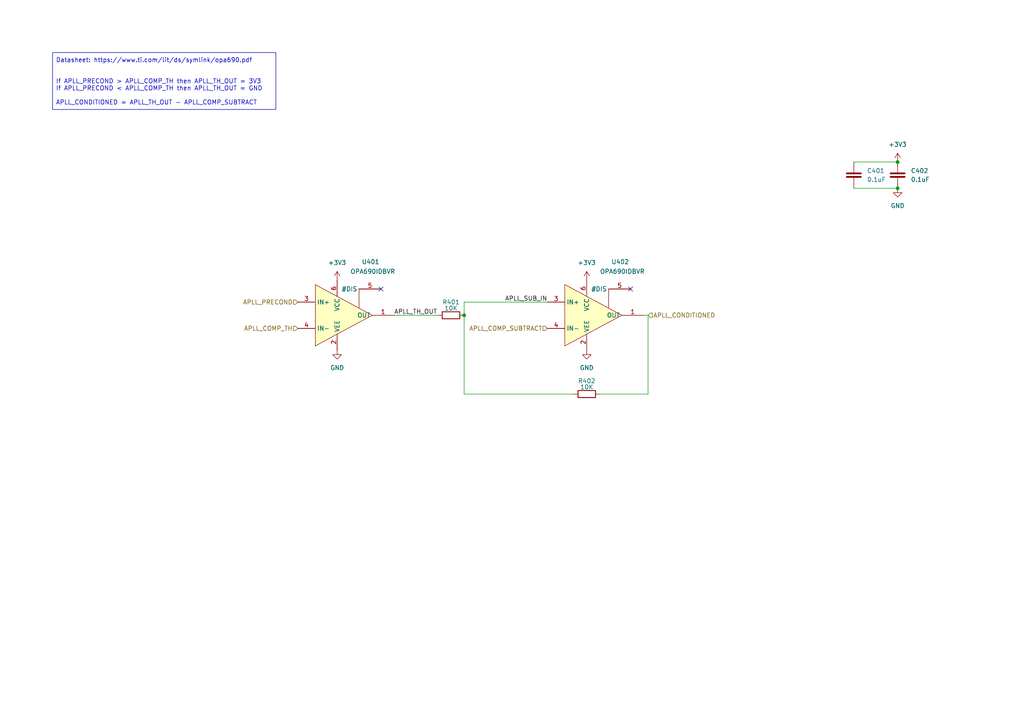
<source format=kicad_sch>
(kicad_sch (version 20250114) (generator "eeschema") (generator_version "9.0")
  (paper "A4")
  (title_block (rev "0") (company "Integrated BioElectronics Laboratory @ NYU Abu Dhabi") (comment 1 "Schematic developed by Hamza Anver"))
  (lib_symbols
    (symbol "Device:R" (pin_numbers (hide yes)) (pin_names (offset 0))
      (property "Reference" "R" (at 2.032 0 90))
      (property "Value" "R" (at 0 0 90))
      (symbol "R_0_1"
        (rectangle (start -1.016 -2.54) (end 1.016 2.54) (stroke (width 0.254)))
      )
      (symbol "R_1_1"
        (pin passive line (at 0 3.81 270) (length 1.27) (name "~") (number "1"))
        (pin passive line (at 0 -3.81 90) (length 1.27) (name "~") (number "2"))
      )
    )
    (symbol "GRM155R71A104KA01J_1" (pin_numbers (hide yes)) (pin_names (hide yes))
      (property "Reference" "C202" (at 1.2701 -3.81 90))
      (property "Value" "0.1uF" (at -1.2699 -3.81 90))
      (symbol "GRM155R71A104KA01J_1_0_1"
        (polyline (pts (xy -0.51 0) (xy -2.54 0)))
        (polyline (pts (xy -0.51 -2.03) (xy -0.51 2.03)) (stroke (width 0.508)))
        (polyline (pts (xy 0.51 2.03) (xy 0.51 -2.03)) (stroke (width 0.508)))
        (polyline (pts (xy 2.54 0) (xy 0.51 0)))
        (pin unspecified line (at -3.81 0 0) (length 1.27) (name "1") (number "1"))
        (pin unspecified line (at 3.81 0 180) (length 1.27) (name "2") (number "2"))
      )
    )
    (symbol "OPA690IDBVR_1"
      (property "Reference" "U401" (at 7.112 15.494 0))
      (property "Value" "OPA690IDBVR" (at 3.81 12.7 0))
      (symbol "OPA690IDBVR_1_0_1"
        (polyline (pts (xy 6.35 2.032) (xy 6.35 7.62)))
        (pin unspecified line (at -11.43 3.81 0) (length 5.08) (name "IN+") (number "3"))
        (pin unspecified line (at -11.43 -3.81 0) (length 5.08) (name "IN-") (number "4"))
        (pin power_in line (at 0 -10.16 90) (length 4.699) (name "VEE") (number "2"))
      )
      (symbol "OPA690IDBVR_1_1_1"
        (polyline (pts (xy -6.35 -8.89) (xy 10.16 0) (xy -6.35 8.89) (xy -6.35 -8.89)) (fill (type background)))
        (pin power_in line (at 0 10.16 270) (length 4.699) (name "VCC") (number "6"))
        (pin unspecified line (at 12.7 7.62 180) (length 6.35) (name "#DIS") (number "5"))
        (pin unspecified line (at 16.51 0 180) (length 6.35) (name "OUT") (number "1"))
      )
    )
    (symbol "power:+3V3" (power) (pin_numbers (hide yes)) (pin_names (offset 0) (hide yes))
      (property "Value" "+3V3" (at 0 3.556 0))
      (symbol "+3V3_0_1"
        (polyline (pts (xy -0.762 1.27) (xy 0 2.54)))
        (polyline (pts (xy 0 2.54) (xy 0.762 1.27)))
        (polyline (pts (xy 0 0) (xy 0 2.54)))
      )
      (symbol "+3V3_1_1"
        (pin power_in line (at 0 0 90) (length 0) (name "~") (number "1"))
      )
    )
    (symbol "power:GND" (power) (pin_numbers (hide yes)) (pin_names (offset 0) (hide yes))
      (property "Value" "GND" (at 0 -3.81 0))
      (symbol "GND_0_1"
        (polyline (pts (xy 0 0) (xy 0 -1.27) (xy 1.27 -1.27) (xy 0 -2.54) (xy -1.27 -1.27) (xy 0 -1.27)))
      )
      (symbol "GND_1_1"
        (pin power_in line (at 0 0 270) (length 0) (name "~") (number "1"))
      )
    )
  )
  (text_box "Datasheet: https://www.ti.com/lit/ds/symlink/opa690.pdf\n\n\nIf APLL_PRECOND > APLL_COMP_TH then APLL_TH_OUT = 3V3\nIf APLL_PRECOND < APLL_COMP_TH then APLL_TH_OUT = GND\n\nAPLL_CONDITIONED = APLL_TH_OUT - APLL_COMP_SUBTRACT\n" (at 15.24 15.24 0) (size 64.77 16.51) (margins 0.9525 0.9525 0.9525 0.9525) (effects (font (size 1.27 1.27)) (justify left)))
  (junction (at 260.35 54.61))
  (junction (at 260.35 46.99))
  (junction (at 134.62 91.44))
  (no_connect (at 182.88 83.82))
  (no_connect (at 110.49 83.82))
  (wire (pts (xy 134.62 114.3) (xy 166.37 114.3)))
  (wire (pts (xy 187.96 91.44) (xy 186.69 91.44)))
  (wire (pts (xy 114.3 91.44) (xy 127 91.44)))
  (wire (pts (xy 173.99 114.3) (xy 187.96 114.3)))
  (wire (pts (xy 134.62 87.63) (xy 158.75 87.63)))
  (wire (pts (xy 247.65 54.61) (xy 260.35 54.61)))
  (wire (pts (xy 134.62 91.44) (xy 134.62 114.3)))
  (wire (pts (xy 247.65 46.99) (xy 260.35 46.99)))
  (wire (pts (xy 187.96 114.3) (xy 187.96 91.44)))
  (wire (pts (xy 134.62 87.63) (xy 134.62 91.44)))
  (label "APLL_SUB_IN" (at 158.75 87.63 180))
  (label "APLL_TH_OUT" (at 114.3 91.44 0))
  (hierarchical_label "APLL_PRECOND" (shape input) (at 86.36 87.63 180))
  (hierarchical_label "APLL_CONDITIONED" (shape input) (at 187.96 91.44 0))
  (hierarchical_label "APLL_COMP_SUBTRACT" (shape input) (at 158.75 95.25 180))
  (hierarchical_label "APLL_COMP_TH" (shape input) (at 86.36 95.25 180))
  (symbol (lib_id "Device:R") (at 130.81 91.44 90) (unit 1)
    (property "Reference" "R401" (at 130.81 87.63 90))
    (property "Value" "10K" (at 130.81 89.408 90))
    (property "Footprint" "Resistor_SMD:R_0603_1608Metric_Pad0.98x0.95mm_HandSolder" (effects (hide yes)))
    (property "Datasheet" "https://lcsc.com/product-detail/Chip-Resistor-Surface-Mount-UniOhm_10KR-1002-1_C25804.html" (effects (hide yes)))
    (property "Description" "Resistor" (effects (hide yes)))
    (property "LCSC" "C25804" (effects (hide yes)))
    (property "MPN" "0603WAF1002T5E" (effects (hide yes)))
  )
  (symbol (lib_id "power:+3V3") (at 260.35 46.99 0) (unit 1)
    (property "Reference" "#PWR0405" (effects (hide yes)))
    (property "Value" "+3V3" (at 260.35 41.91 0))
    (property "Description" "Power symbol creates a global label with name \"+3V3\"" (effects (hide yes)))
  )
  (symbol (lib_name "OPA690IDBVR_1") (lib_id "easyeda2kicad:OPA690IDBVR") (at 97.79 91.44 0) (unit 1)
    (property "Reference" "U401" (at 104.902 75.946 0) (effects (justify left)))
    (property "Value" "OPA690IDBVR" (at 101.6 78.74 0) (effects (justify left)))
    (property "Footprint" "easyeda2kicad:SOT-23-6_L2.9-W1.6-P0.95-LS2.8-BL" (effects (hide yes)))
    (property "Datasheet" "https://lcsc.com/product-detail/High-speed-WideBandOpAmps_Texas-Instruments-Texas-Instruments-OPA690IDBVR_C524799.html" (effects (hide yes)))
    (property "LCSC Part" "C524799" (effects (hide yes)))
  )
  (symbol (lib_id "power:+3V3") (at 170.18 81.28 0) (unit 1)
    (property "Reference" "#PWR0403" (effects (hide yes)))
    (property "Value" "+3V3" (at 170.18 76.2 0))
    (property "Description" "Power symbol creates a global label with name \"+3V3\"" (effects (hide yes)))
  )
  (symbol (lib_name "GRM155R71A104KA01J_1") (lib_id "easyeda2kicad:GRM155R71A104KA01J") (at 247.65 50.8 90) (unit 1)
    (property "Reference" "C401" (at 251.46 49.5299 90) (effects (justify right)))
    (property "Value" "0.1uF" (at 251.46 52.0699 90) (effects (justify right)))
    (property "Footprint" "easyeda2kicad:C0402" (effects (hide yes)))
    (property "Datasheet" "https://www.lcsc.com/product-detail/Multilayer-Ceramic-Capacitors-MLCC-SMD-SMT_Murata-Electronics-GRM155R71A104KA01J_C6955083.html?s_z=n_0.1uF" (effects (hide yes)))
    (property "LCSC Part" "C6955083" (effects (hide yes)))
    (property "MPN" "GRM155R71A104KA01J" (effects (hide yes)))
  )
  (symbol (lib_name "GRM155R71A104KA01J_1") (lib_id "easyeda2kicad:GRM155R71A104KA01J") (at 260.35 50.8 90) (unit 1)
    (property "Reference" "C402" (at 264.16 49.5299 90) (effects (justify right)))
    (property "Value" "0.1uF" (at 264.16 52.0699 90) (effects (justify right)))
    (property "Footprint" "easyeda2kicad:C0402" (effects (hide yes)))
    (property "Datasheet" "https://www.lcsc.com/product-detail/Multilayer-Ceramic-Capacitors-MLCC-SMD-SMT_Murata-Electronics-GRM155R71A104KA01J_C6955083.html?s_z=n_0.1uF" (effects (hide yes)))
    (property "LCSC Part" "C6955083" (effects (hide yes)))
    (property "MPN" "GRM155R71A104KA01J" (effects (hide yes)))
  )
  (symbol (lib_id "Device:R") (at 170.18 114.3 90) (unit 1)
    (property "Reference" "R402" (at 170.18 110.49 90))
    (property "Value" "10K" (at 170.18 112.268 90))
    (property "Footprint" "Resistor_SMD:R_0603_1608Metric_Pad0.98x0.95mm_HandSolder" (effects (hide yes)))
    (property "Datasheet" "https://lcsc.com/product-detail/Chip-Resistor-Surface-Mount-UniOhm_10KR-1002-1_C25804.html" (effects (hide yes)))
    (property "Description" "Resistor" (effects (hide yes)))
    (property "LCSC" "C25804" (effects (hide yes)))
    (property "MPN" "0603WAF1002T5E" (effects (hide yes)))
  )
  (symbol (lib_id "power:GND") (at 260.35 54.61 0) (unit 1)
    (property "Reference" "#PWR0406" (effects (hide yes)))
    (property "Value" "GND" (at 260.35 59.69 0))
    (property "Description" "Power symbol creates a global label with name \"GND\" , ground" (effects (hide yes)))
  )
  (symbol (lib_id "power:GND") (at 170.18 101.6 0) (unit 1)
    (property "Reference" "#PWR0404" (effects (hide yes)))
    (property "Value" "GND" (at 170.18 106.68 0))
    (property "Description" "Power symbol creates a global label with name \"GND\" , ground" (effects (hide yes)))
  )
  (symbol (lib_name "OPA690IDBVR_1") (lib_id "easyeda2kicad:OPA690IDBVR") (at 170.18 91.44 0) (unit 1)
    (property "Reference" "U402" (at 177.292 75.946 0) (effects (justify left)))
    (property "Value" "OPA690IDBVR" (at 173.99 78.74 0) (effects (justify left)))
    (property "Footprint" "easyeda2kicad:SOT-23-6_L2.9-W1.6-P0.95-LS2.8-BL" (effects (hide yes)))
    (property "Datasheet" "https://lcsc.com/product-detail/High-speed-WideBandOpAmps_Texas-Instruments-Texas-Instruments-OPA690IDBVR_C524799.html" (effects (hide yes)))
    (property "LCSC Part" "C524799" (effects (hide yes)))
  )
  (symbol (lib_id "power:+3V3") (at 97.79 81.28 0) (unit 1)
    (property "Reference" "#PWR0401" (effects (hide yes)))
    (property "Value" "+3V3" (at 97.79 76.2 0))
    (property "Description" "Power symbol creates a global label with name \"+3V3\"" (effects (hide yes)))
  )
  (symbol (lib_id "power:GND") (at 97.79 101.6 0) (unit 1)
    (property "Reference" "#PWR0402" (effects (hide yes)))
    (property "Value" "GND" (at 97.79 106.68 0))
    (property "Description" "Power symbol creates a global label with name \"GND\" , ground" (effects (hide yes)))
  )
)
</source>
